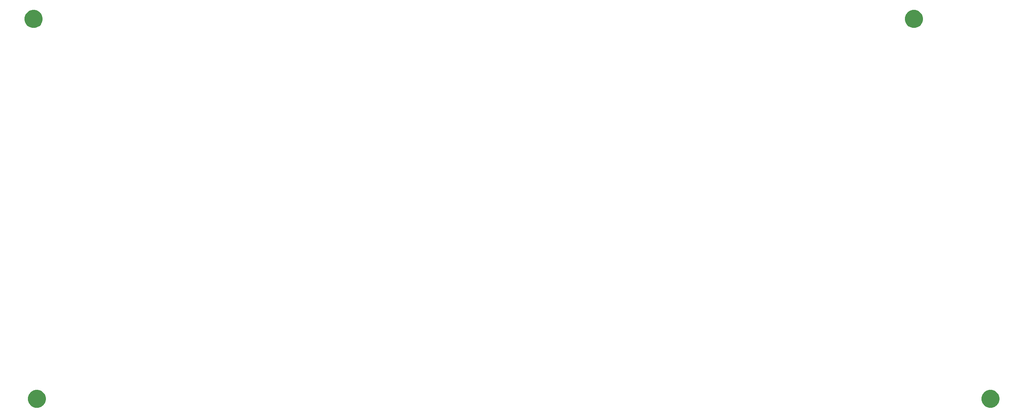
<source format=gbr>
G04 #@! TF.GenerationSoftware,KiCad,Pcbnew,(5.1.5-0-10_14)*
G04 #@! TF.CreationDate,2020-08-31T10:04:04-05:00*
G04 #@! TF.ProjectId,SithZhuyin40,53697468-5a68-4757-9969-6e34302e6b69,rev?*
G04 #@! TF.SameCoordinates,Original*
G04 #@! TF.FileFunction,Soldermask,Bot*
G04 #@! TF.FilePolarity,Negative*
%FSLAX46Y46*%
G04 Gerber Fmt 4.6, Leading zero omitted, Abs format (unit mm)*
G04 Created by KiCad (PCBNEW (5.1.5-0-10_14)) date 2020-08-31 10:04:04*
%MOMM*%
%LPD*%
G04 APERTURE LIST*
%ADD10C,0.100000*%
G04 APERTURE END LIST*
D10*
G36*
X275707130Y-140888776D02*
G01*
X276087843Y-140964504D01*
X276497499Y-141134189D01*
X276866179Y-141380534D01*
X277179716Y-141694071D01*
X277426061Y-142062751D01*
X277595746Y-142472407D01*
X277682250Y-142907296D01*
X277682250Y-143350704D01*
X277595746Y-143785593D01*
X277426061Y-144195249D01*
X277179716Y-144563929D01*
X276866179Y-144877466D01*
X276497499Y-145123811D01*
X276087843Y-145293496D01*
X275707130Y-145369224D01*
X275652955Y-145380000D01*
X275209545Y-145380000D01*
X275155370Y-145369224D01*
X274774657Y-145293496D01*
X274365001Y-145123811D01*
X273996321Y-144877466D01*
X273682784Y-144563929D01*
X273436439Y-144195249D01*
X273266754Y-143785593D01*
X273180250Y-143350704D01*
X273180250Y-142907296D01*
X273266754Y-142472407D01*
X273436439Y-142062751D01*
X273682784Y-141694071D01*
X273996321Y-141380534D01*
X274365001Y-141134189D01*
X274774657Y-140964504D01*
X275155370Y-140888776D01*
X275209545Y-140878000D01*
X275652955Y-140878000D01*
X275707130Y-140888776D01*
G37*
G36*
X38375880Y-140888776D02*
G01*
X38756593Y-140964504D01*
X39166249Y-141134189D01*
X39534929Y-141380534D01*
X39848466Y-141694071D01*
X40094811Y-142062751D01*
X40264496Y-142472407D01*
X40351000Y-142907296D01*
X40351000Y-143350704D01*
X40264496Y-143785593D01*
X40094811Y-144195249D01*
X39848466Y-144563929D01*
X39534929Y-144877466D01*
X39166249Y-145123811D01*
X38756593Y-145293496D01*
X38375880Y-145369224D01*
X38321705Y-145380000D01*
X37878295Y-145380000D01*
X37824120Y-145369224D01*
X37443407Y-145293496D01*
X37033751Y-145123811D01*
X36665071Y-144877466D01*
X36351534Y-144563929D01*
X36105189Y-144195249D01*
X35935504Y-143785593D01*
X35849000Y-143350704D01*
X35849000Y-142907296D01*
X35935504Y-142472407D01*
X36105189Y-142062751D01*
X36351534Y-141694071D01*
X36665071Y-141380534D01*
X37033751Y-141134189D01*
X37443407Y-140964504D01*
X37824120Y-140888776D01*
X37878295Y-140878000D01*
X38321705Y-140878000D01*
X38375880Y-140888776D01*
G37*
G36*
X256657130Y-46178526D02*
G01*
X257037843Y-46254254D01*
X257447499Y-46423939D01*
X257816179Y-46670284D01*
X258129716Y-46983821D01*
X258376061Y-47352501D01*
X258545746Y-47762157D01*
X258632250Y-48197046D01*
X258632250Y-48640454D01*
X258545746Y-49075343D01*
X258376061Y-49484999D01*
X258129716Y-49853679D01*
X257816179Y-50167216D01*
X257447499Y-50413561D01*
X257037843Y-50583246D01*
X256657130Y-50658974D01*
X256602955Y-50669750D01*
X256159545Y-50669750D01*
X256105370Y-50658974D01*
X255724657Y-50583246D01*
X255315001Y-50413561D01*
X254946321Y-50167216D01*
X254632784Y-49853679D01*
X254386439Y-49484999D01*
X254216754Y-49075343D01*
X254130250Y-48640454D01*
X254130250Y-48197046D01*
X254216754Y-47762157D01*
X254386439Y-47352501D01*
X254632784Y-46983821D01*
X254946321Y-46670284D01*
X255315001Y-46423939D01*
X255724657Y-46254254D01*
X256105370Y-46178526D01*
X256159545Y-46167750D01*
X256602955Y-46167750D01*
X256657130Y-46178526D01*
G37*
G36*
X37582130Y-46178526D02*
G01*
X37962843Y-46254254D01*
X38372499Y-46423939D01*
X38741179Y-46670284D01*
X39054716Y-46983821D01*
X39301061Y-47352501D01*
X39470746Y-47762157D01*
X39557250Y-48197046D01*
X39557250Y-48640454D01*
X39470746Y-49075343D01*
X39301061Y-49484999D01*
X39054716Y-49853679D01*
X38741179Y-50167216D01*
X38372499Y-50413561D01*
X37962843Y-50583246D01*
X37582130Y-50658974D01*
X37527955Y-50669750D01*
X37084545Y-50669750D01*
X37030370Y-50658974D01*
X36649657Y-50583246D01*
X36240001Y-50413561D01*
X35871321Y-50167216D01*
X35557784Y-49853679D01*
X35311439Y-49484999D01*
X35141754Y-49075343D01*
X35055250Y-48640454D01*
X35055250Y-48197046D01*
X35141754Y-47762157D01*
X35311439Y-47352501D01*
X35557784Y-46983821D01*
X35871321Y-46670284D01*
X36240001Y-46423939D01*
X36649657Y-46254254D01*
X37030370Y-46178526D01*
X37084545Y-46167750D01*
X37527955Y-46167750D01*
X37582130Y-46178526D01*
G37*
M02*

</source>
